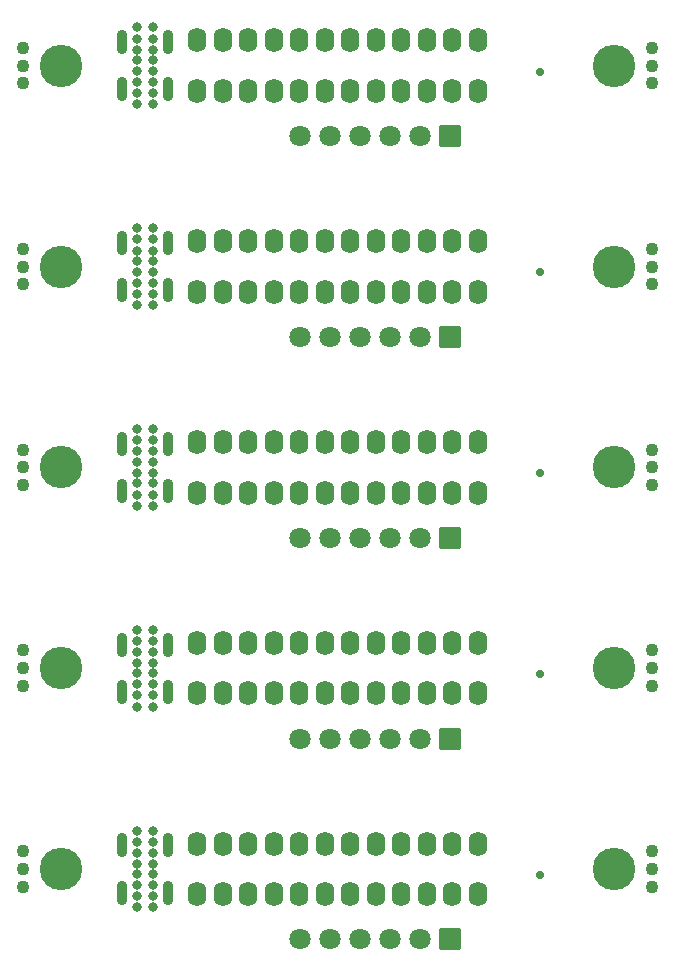
<source format=gts>
G04*
G04 #@! TF.GenerationSoftware,Altium Limited,Altium Designer,25.5.2 (35)*
G04*
G04 Layer_Color=8388736*
%FSLAX44Y44*%
%MOMM*%
G71*
G04*
G04 #@! TF.SameCoordinates,67B56F09-9997-41D6-AB2B-D5ECDE41145E*
G04*
G04*
G04 #@! TF.FilePolarity,Negative*
G04*
G01*
G75*
%ADD37C,3.6000*%
%ADD38O,1.6000X2.1000*%
%ADD39C,1.1000*%
%ADD40O,0.9000X2.1000*%
%ADD41C,0.8000*%
G04:AMPARAMS|DCode=42|XSize=1.8mm|YSize=1.8mm|CornerRadius=0.1mm|HoleSize=0mm|Usage=FLASHONLY|Rotation=180.000|XOffset=0mm|YOffset=0mm|HoleType=Round|Shape=RoundedRectangle|*
%AMROUNDEDRECTD42*
21,1,1.8000,1.6000,0,0,180.0*
21,1,1.6000,1.8000,0,0,180.0*
1,1,0.2000,-0.8000,0.8000*
1,1,0.2000,0.8000,0.8000*
1,1,0.2000,0.8000,-0.8000*
1,1,0.2000,-0.8000,-0.8000*
%
%ADD42ROUNDEDRECTD42*%
%ADD43C,1.8000*%
%ADD44C,0.7032*%
D37*
X493004Y677004D02*
D03*
X961126D02*
D03*
X493004Y847004D02*
D03*
X961126D02*
D03*
X493004Y1017004D02*
D03*
X961126D02*
D03*
X493004Y1187004D02*
D03*
X961126D02*
D03*
X493004Y1357004D02*
D03*
X961126D02*
D03*
D38*
X608320Y698467D02*
D03*
X629910D02*
D03*
X651500D02*
D03*
X673090D02*
D03*
X694680D02*
D03*
X716270D02*
D03*
X737860D02*
D03*
X759450D02*
D03*
X781040D02*
D03*
X802630D02*
D03*
X824220D02*
D03*
X845810D02*
D03*
X608320Y655541D02*
D03*
X629910D02*
D03*
X651500D02*
D03*
X673090D02*
D03*
X694680D02*
D03*
X716270D02*
D03*
X737860D02*
D03*
X759450D02*
D03*
X781040D02*
D03*
X802630D02*
D03*
X824220D02*
D03*
X845810D02*
D03*
X608320Y868467D02*
D03*
X629910D02*
D03*
X651500D02*
D03*
X673090D02*
D03*
X694680D02*
D03*
X716270D02*
D03*
X737860D02*
D03*
X759450D02*
D03*
X781040D02*
D03*
X802630D02*
D03*
X824220D02*
D03*
X845810D02*
D03*
X608320Y825541D02*
D03*
X629910D02*
D03*
X651500D02*
D03*
X673090D02*
D03*
X694680D02*
D03*
X716270D02*
D03*
X737860D02*
D03*
X759450D02*
D03*
X781040D02*
D03*
X802630D02*
D03*
X824220D02*
D03*
X845810D02*
D03*
X608320Y1038467D02*
D03*
X629910D02*
D03*
X651500D02*
D03*
X673090D02*
D03*
X694680D02*
D03*
X716270D02*
D03*
X737860D02*
D03*
X759450D02*
D03*
X781040D02*
D03*
X802630D02*
D03*
X824220D02*
D03*
X845810D02*
D03*
X608320Y995541D02*
D03*
X629910D02*
D03*
X651500D02*
D03*
X673090D02*
D03*
X694680D02*
D03*
X716270D02*
D03*
X737860D02*
D03*
X759450D02*
D03*
X781040D02*
D03*
X802630D02*
D03*
X824220D02*
D03*
X845810D02*
D03*
X608320Y1208467D02*
D03*
X629910D02*
D03*
X651500D02*
D03*
X673090D02*
D03*
X694680D02*
D03*
X716270D02*
D03*
X737860D02*
D03*
X759450D02*
D03*
X781040D02*
D03*
X802630D02*
D03*
X824220D02*
D03*
X845810D02*
D03*
X608320Y1165541D02*
D03*
X629910D02*
D03*
X651500D02*
D03*
X673090D02*
D03*
X694680D02*
D03*
X716270D02*
D03*
X737860D02*
D03*
X759450D02*
D03*
X781040D02*
D03*
X802630D02*
D03*
X824220D02*
D03*
X845810D02*
D03*
X608320Y1378467D02*
D03*
X629910D02*
D03*
X651500D02*
D03*
X673090D02*
D03*
X694680D02*
D03*
X716270D02*
D03*
X737860D02*
D03*
X759450D02*
D03*
X781040D02*
D03*
X802630D02*
D03*
X824220D02*
D03*
X845810D02*
D03*
X608320Y1335541D02*
D03*
X629910D02*
D03*
X651500D02*
D03*
X673090D02*
D03*
X694680D02*
D03*
X716270D02*
D03*
X737860D02*
D03*
X759450D02*
D03*
X781040D02*
D03*
X802630D02*
D03*
X824220D02*
D03*
X845810D02*
D03*
D39*
X461004Y692004D02*
D03*
Y662004D02*
D03*
X993254Y662004D02*
D03*
Y692004D02*
D03*
X993504Y677004D02*
D03*
X460504Y677004D02*
D03*
X461004Y862004D02*
D03*
Y832004D02*
D03*
X993254Y832004D02*
D03*
Y862004D02*
D03*
X993504Y847004D02*
D03*
X460504Y847004D02*
D03*
X461004Y1032004D02*
D03*
Y1002004D02*
D03*
X993254Y1002004D02*
D03*
Y1032004D02*
D03*
X993504Y1017004D02*
D03*
X460504Y1017004D02*
D03*
X461004Y1202004D02*
D03*
Y1172004D02*
D03*
X993254Y1172004D02*
D03*
Y1202004D02*
D03*
X993504Y1187004D02*
D03*
X460504Y1187004D02*
D03*
X461004Y1372005D02*
D03*
Y1342004D02*
D03*
X993254Y1342004D02*
D03*
Y1372004D02*
D03*
X993504Y1357004D02*
D03*
X460504Y1357004D02*
D03*
D40*
X544704Y657004D02*
D03*
Y697004D02*
D03*
X583304D02*
D03*
Y657004D02*
D03*
X544704Y827004D02*
D03*
Y867004D02*
D03*
X583304D02*
D03*
Y827004D02*
D03*
X544704Y997004D02*
D03*
Y1037004D02*
D03*
X583304D02*
D03*
Y997004D02*
D03*
X544704Y1167004D02*
D03*
Y1207004D02*
D03*
X583304D02*
D03*
Y1167004D02*
D03*
X544704Y1337004D02*
D03*
Y1377004D02*
D03*
X583304D02*
D03*
Y1337004D02*
D03*
D41*
X571004Y644504D02*
D03*
Y654004D02*
D03*
Y663504D02*
D03*
Y672504D02*
D03*
Y681504D02*
D03*
Y690504D02*
D03*
Y700004D02*
D03*
Y709504D02*
D03*
X557004D02*
D03*
Y700004D02*
D03*
Y690504D02*
D03*
Y681504D02*
D03*
Y672504D02*
D03*
Y663504D02*
D03*
Y654004D02*
D03*
Y644504D02*
D03*
X571004Y814504D02*
D03*
Y824004D02*
D03*
Y833504D02*
D03*
Y842504D02*
D03*
Y851504D02*
D03*
Y860504D02*
D03*
Y870004D02*
D03*
Y879504D02*
D03*
X557004D02*
D03*
Y870004D02*
D03*
Y860504D02*
D03*
Y851504D02*
D03*
Y842504D02*
D03*
Y833504D02*
D03*
Y824004D02*
D03*
Y814504D02*
D03*
X571004Y984504D02*
D03*
Y994004D02*
D03*
Y1003504D02*
D03*
Y1012504D02*
D03*
Y1021504D02*
D03*
Y1030504D02*
D03*
Y1040004D02*
D03*
Y1049504D02*
D03*
X557004D02*
D03*
Y1040004D02*
D03*
Y1030504D02*
D03*
Y1021504D02*
D03*
Y1012504D02*
D03*
Y1003504D02*
D03*
Y994004D02*
D03*
Y984504D02*
D03*
X571004Y1154504D02*
D03*
Y1164004D02*
D03*
Y1173504D02*
D03*
Y1182504D02*
D03*
Y1191504D02*
D03*
Y1200504D02*
D03*
Y1210004D02*
D03*
Y1219504D02*
D03*
X557004D02*
D03*
Y1210004D02*
D03*
Y1200504D02*
D03*
Y1191504D02*
D03*
Y1182504D02*
D03*
Y1173504D02*
D03*
Y1164004D02*
D03*
Y1154504D02*
D03*
X571004Y1324504D02*
D03*
Y1334004D02*
D03*
Y1343504D02*
D03*
Y1352504D02*
D03*
Y1361504D02*
D03*
Y1370504D02*
D03*
Y1380004D02*
D03*
Y1389504D02*
D03*
X557004D02*
D03*
Y1380004D02*
D03*
Y1370504D02*
D03*
Y1361504D02*
D03*
Y1352504D02*
D03*
Y1343504D02*
D03*
Y1334004D02*
D03*
Y1324504D02*
D03*
D42*
X822004Y617254D02*
D03*
Y787254D02*
D03*
Y957254D02*
D03*
Y1127254D02*
D03*
Y1297254D02*
D03*
D43*
X695004Y617254D02*
D03*
X796604Y617254D02*
D03*
X771204Y617254D02*
D03*
X745804Y617254D02*
D03*
X720404Y617254D02*
D03*
X695004Y787254D02*
D03*
X796604Y787254D02*
D03*
X771204Y787254D02*
D03*
X745804Y787254D02*
D03*
X720404Y787254D02*
D03*
X695004Y957254D02*
D03*
X796604Y957254D02*
D03*
X771204Y957254D02*
D03*
X745804Y957254D02*
D03*
X720404Y957254D02*
D03*
X695004Y1127254D02*
D03*
X796604Y1127254D02*
D03*
X771204Y1127254D02*
D03*
X745804Y1127254D02*
D03*
X720404Y1127254D02*
D03*
X695004Y1297254D02*
D03*
X796604Y1297254D02*
D03*
X771204Y1297254D02*
D03*
X745804Y1297254D02*
D03*
X720404Y1297254D02*
D03*
D44*
X898254Y672004D02*
D03*
Y842004D02*
D03*
Y1012004D02*
D03*
Y1182004D02*
D03*
Y1352004D02*
D03*
M02*

</source>
